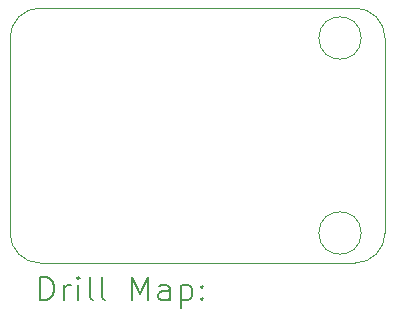
<source format=gbr>
%TF.GenerationSoftware,KiCad,Pcbnew,7.0.9-1.fc39*%
%TF.CreationDate,2023-12-29T10:14:27-08:00*%
%TF.ProjectId,ADB-USB-adapter,4144422d-5553-4422-9d61-646170746572,rev?*%
%TF.SameCoordinates,Original*%
%TF.FileFunction,Drillmap*%
%TF.FilePolarity,Positive*%
%FSLAX45Y45*%
G04 Gerber Fmt 4.5, Leading zero omitted, Abs format (unit mm)*
G04 Created by KiCad (PCBNEW 7.0.9-1.fc39) date 2023-12-29 10:14:27*
%MOMM*%
%LPD*%
G01*
G04 APERTURE LIST*
%ADD10C,0.100000*%
%ADD11C,0.200000*%
G04 APERTURE END LIST*
D10*
X5005605Y-3810000D02*
G75*
G03*
X5005605Y-3810000I-179605J0D01*
G01*
X2286000Y-1905000D02*
G75*
G03*
X2032000Y-2159000I0J-254000D01*
G01*
X4953000Y-4064000D02*
X2286000Y-4064000D01*
X5207000Y-2159000D02*
X5207000Y-3810000D01*
X2032000Y-3810000D02*
X2032000Y-2159000D01*
X5005605Y-2159000D02*
G75*
G03*
X5005605Y-2159000I-179605J0D01*
G01*
X5207000Y-2159000D02*
G75*
G03*
X4953000Y-1905000I-254000J0D01*
G01*
X4953000Y-4064000D02*
G75*
G03*
X5207000Y-3810000I0J254000D01*
G01*
X2032000Y-3810000D02*
G75*
G03*
X2286000Y-4064000I254000J0D01*
G01*
X2286000Y-1905000D02*
X4953000Y-1905000D01*
D11*
X2287777Y-4380484D02*
X2287777Y-4180484D01*
X2287777Y-4180484D02*
X2335396Y-4180484D01*
X2335396Y-4180484D02*
X2363967Y-4190008D01*
X2363967Y-4190008D02*
X2383015Y-4209055D01*
X2383015Y-4209055D02*
X2392539Y-4228103D01*
X2392539Y-4228103D02*
X2402063Y-4266198D01*
X2402063Y-4266198D02*
X2402063Y-4294770D01*
X2402063Y-4294770D02*
X2392539Y-4332865D01*
X2392539Y-4332865D02*
X2383015Y-4351912D01*
X2383015Y-4351912D02*
X2363967Y-4370960D01*
X2363967Y-4370960D02*
X2335396Y-4380484D01*
X2335396Y-4380484D02*
X2287777Y-4380484D01*
X2487777Y-4380484D02*
X2487777Y-4247150D01*
X2487777Y-4285246D02*
X2497301Y-4266198D01*
X2497301Y-4266198D02*
X2506824Y-4256674D01*
X2506824Y-4256674D02*
X2525872Y-4247150D01*
X2525872Y-4247150D02*
X2544920Y-4247150D01*
X2611586Y-4380484D02*
X2611586Y-4247150D01*
X2611586Y-4180484D02*
X2602063Y-4190008D01*
X2602063Y-4190008D02*
X2611586Y-4199531D01*
X2611586Y-4199531D02*
X2621110Y-4190008D01*
X2621110Y-4190008D02*
X2611586Y-4180484D01*
X2611586Y-4180484D02*
X2611586Y-4199531D01*
X2735396Y-4380484D02*
X2716348Y-4370960D01*
X2716348Y-4370960D02*
X2706824Y-4351912D01*
X2706824Y-4351912D02*
X2706824Y-4180484D01*
X2840158Y-4380484D02*
X2821110Y-4370960D01*
X2821110Y-4370960D02*
X2811586Y-4351912D01*
X2811586Y-4351912D02*
X2811586Y-4180484D01*
X3068729Y-4380484D02*
X3068729Y-4180484D01*
X3068729Y-4180484D02*
X3135396Y-4323341D01*
X3135396Y-4323341D02*
X3202062Y-4180484D01*
X3202062Y-4180484D02*
X3202062Y-4380484D01*
X3383015Y-4380484D02*
X3383015Y-4275722D01*
X3383015Y-4275722D02*
X3373491Y-4256674D01*
X3373491Y-4256674D02*
X3354443Y-4247150D01*
X3354443Y-4247150D02*
X3316348Y-4247150D01*
X3316348Y-4247150D02*
X3297301Y-4256674D01*
X3383015Y-4370960D02*
X3363967Y-4380484D01*
X3363967Y-4380484D02*
X3316348Y-4380484D01*
X3316348Y-4380484D02*
X3297301Y-4370960D01*
X3297301Y-4370960D02*
X3287777Y-4351912D01*
X3287777Y-4351912D02*
X3287777Y-4332865D01*
X3287777Y-4332865D02*
X3297301Y-4313817D01*
X3297301Y-4313817D02*
X3316348Y-4304293D01*
X3316348Y-4304293D02*
X3363967Y-4304293D01*
X3363967Y-4304293D02*
X3383015Y-4294770D01*
X3478253Y-4247150D02*
X3478253Y-4447150D01*
X3478253Y-4256674D02*
X3497301Y-4247150D01*
X3497301Y-4247150D02*
X3535396Y-4247150D01*
X3535396Y-4247150D02*
X3554443Y-4256674D01*
X3554443Y-4256674D02*
X3563967Y-4266198D01*
X3563967Y-4266198D02*
X3573491Y-4285246D01*
X3573491Y-4285246D02*
X3573491Y-4342389D01*
X3573491Y-4342389D02*
X3563967Y-4361436D01*
X3563967Y-4361436D02*
X3554443Y-4370960D01*
X3554443Y-4370960D02*
X3535396Y-4380484D01*
X3535396Y-4380484D02*
X3497301Y-4380484D01*
X3497301Y-4380484D02*
X3478253Y-4370960D01*
X3659205Y-4361436D02*
X3668729Y-4370960D01*
X3668729Y-4370960D02*
X3659205Y-4380484D01*
X3659205Y-4380484D02*
X3649682Y-4370960D01*
X3649682Y-4370960D02*
X3659205Y-4361436D01*
X3659205Y-4361436D02*
X3659205Y-4380484D01*
X3659205Y-4256674D02*
X3668729Y-4266198D01*
X3668729Y-4266198D02*
X3659205Y-4275722D01*
X3659205Y-4275722D02*
X3649682Y-4266198D01*
X3649682Y-4266198D02*
X3659205Y-4256674D01*
X3659205Y-4256674D02*
X3659205Y-4275722D01*
M02*

</source>
